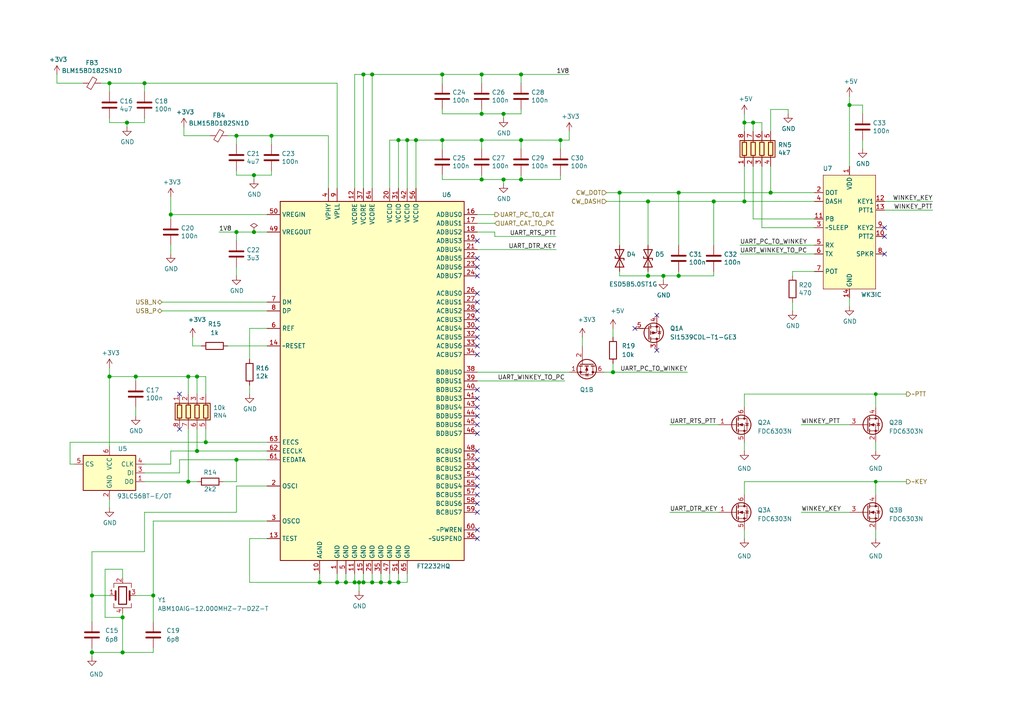
<source format=kicad_sch>
(kicad_sch (version 20210606) (generator eeschema)
  (paper "A4")
  (lib_symbols
    (symbol "Device:C" (pin_numbers hide) (pin_names (offset 0.254))
      (property "Reference" "C" (at 0.635 2.54 0))
      (property "Value" "C" (at 0.635 -2.54 0))
      (symbol "C_0_1"
        (polyline (pts (xy -2.032 -0.762) (xy 2.032 -0.762)) (stroke (width 0.508)))
        (polyline (pts (xy -2.032 0.762) (xy 2.032 0.762)) (stroke (width 0.508)))
      )
      (symbol "C_1_1"
        (pin passive line (at 0 3.81 270) (length 2.794) (name "~") (number "1"))
        (pin passive line (at 0 -3.81 90) (length 2.794) (name "~") (number "2"))
      )
    )
    (symbol "Device:Crystal_GND24" (pin_names (offset 1.016) hide)
      (property "Reference" "Y" (at 3.175 5.08 0))
      (property "Value" "Crystal_GND24" (at 3.175 3.175 0))
      (symbol "Crystal_GND24_0_1"
        (rectangle (start -1.143 2.54) (end 1.143 -2.54) (stroke (width 0.3048)))
        (polyline (pts (xy -2.54 0) (xy -2.032 0)))
        (polyline (pts (xy -2.032 -1.27) (xy -2.032 1.27)) (stroke (width 0.508)))
        (polyline (pts (xy 0 -3.81) (xy 0 -3.556)))
        (polyline (pts (xy 0 3.556) (xy 0 3.81)))
        (polyline (pts (xy 2.032 -1.27) (xy 2.032 1.27)) (stroke (width 0.508)))
        (polyline (pts (xy 2.032 0) (xy 2.54 0)))
        (polyline (pts (xy -2.54 -2.286) (xy -2.54 -3.556) (xy 2.54 -3.556) (xy 2.54 -2.286)))
        (polyline (pts (xy -2.54 2.286) (xy -2.54 3.556) (xy 2.54 3.556) (xy 2.54 2.286)))
      )
      (symbol "Crystal_GND24_1_1"
        (pin passive line (at -3.81 0 0) (length 1.27) (name "1") (number "1"))
        (pin passive line (at 0 5.08 270) (length 1.27) (name "2") (number "2"))
        (pin passive line (at 3.81 0 180) (length 1.27) (name "3") (number "3"))
        (pin passive line (at 0 -5.08 90) (length 1.27) (name "4") (number "4"))
      )
    )
    (symbol "Device:D_TVS" (pin_numbers hide) (pin_names (offset 1.016) hide)
      (property "Reference" "D" (at 0 2.54 0))
      (property "Value" "D_TVS" (at 0 -2.54 0))
      (symbol "D_TVS_0_1"
        (polyline (pts (xy 1.27 0) (xy -1.27 0)))
        (polyline (pts (xy 0.508 1.27) (xy 0 1.27) (xy 0 -1.27) (xy -0.508 -1.27)) (stroke (width 0.254)))
        (polyline (pts (xy -2.54 1.27) (xy -2.54 -1.27) (xy 2.54 1.27) (xy 2.54 -1.27) (xy -2.54 1.27)) (stroke (width 0.254)))
      )
      (symbol "D_TVS_1_1"
        (pin passive line (at -3.81 0 0) (length 2.54) (name "A1") (number "1"))
        (pin passive line (at 3.81 0 180) (length 2.54) (name "A2") (number "2"))
      )
    )
    (symbol "Device:Ferrite_Bead_Small" (pin_numbers hide) (pin_names (offset 0))
      (property "Reference" "FB" (at 1.905 1.27 0))
      (property "Value" "Ferrite_Bead_Small" (at 1.905 -1.27 0))
      (symbol "Ferrite_Bead_Small_0_1"
        (polyline (pts (xy 0 -1.27) (xy 0 -0.7874)))
        (polyline (pts (xy 0 0.889) (xy 0 1.2954)))
        (polyline (pts (xy -1.8288 0.2794) (xy -1.1176 1.4986) (xy 1.8288 -0.2032) (xy 1.1176 -1.4224) (xy -1.8288 0.2794)))
      )
      (symbol "Ferrite_Bead_Small_1_1"
        (pin passive line (at 0 2.54 270) (length 1.27) (name "~") (number "1"))
        (pin passive line (at 0 -2.54 90) (length 1.27) (name "~") (number "2"))
      )
    )
    (symbol "Device:Q_Dual_NMOS_G1S2G2D2S1D1" (pin_names (offset 0) hide)
      (property "Reference" "Q" (at 6.35 1.27 0))
      (property "Value" "Q_Dual_NMOS_G1S2G2D2S1D1" (at 19.05 -1.27 0))
      (symbol "Q_Dual_NMOS_G1S2G2D2S1D1_0_1"
        (circle (center 1.651 0) (radius 2.794) (stroke (width 0.254)))
        (circle (center 2.54 -1.778) (radius 0.254) (fill (type outline)))
        (circle (center 2.54 1.778) (radius 0.254) (fill (type outline)))
        (polyline (pts (xy 0.254 0) (xy -2.54 0)))
        (polyline (pts (xy 0.254 1.905) (xy 0.254 -1.905)) (stroke (width 0.254)))
        (polyline (pts (xy 0.762 -1.27) (xy 0.762 -2.286)) (stroke (width 0.254)))
        (polyline (pts (xy 0.762 0.508) (xy 0.762 -0.508)) (stroke (width 0.254)))
        (polyline (pts (xy 0.762 2.286) (xy 0.762 1.27)) (stroke (width 0.254)))
        (polyline (pts (xy 2.54 2.54) (xy 2.54 1.778)))
        (polyline (pts (xy 2.54 -2.54) (xy 2.54 0) (xy 0.762 0)))
        (polyline (pts (xy 0.762 -1.778) (xy 3.302 -1.778) (xy 3.302 1.778) (xy 0.762 1.778)))
        (polyline (pts (xy 2.794 0.508) (xy 2.921 0.381) (xy 3.683 0.381) (xy 3.81 0.254)))
        (polyline (pts (xy 3.302 0.381) (xy 2.921 -0.254) (xy 3.683 -0.254) (xy 3.302 0.381)))
        (polyline (pts (xy 1.016 0) (xy 2.032 0.381) (xy 2.032 -0.381) (xy 1.016 0)) (fill (type outline)))
      )
      (symbol "Q_Dual_NMOS_G1S2G2D2S1D1_1_1"
        (pin input line (at -5.08 0 0) (length 2.54) (name "G") (number "1"))
        (pin passive line (at 2.54 -5.08 90) (length 2.54) (name "S") (number "5"))
        (pin passive line (at 2.54 5.08 270) (length 2.54) (name "D") (number "6"))
      )
      (symbol "Q_Dual_NMOS_G1S2G2D2S1D1_2_1"
        (pin passive line (at 2.54 -5.08 90) (length 2.54) (name "S") (number "2"))
        (pin input line (at -5.08 0 0) (length 2.54) (name "G") (number "3"))
        (pin passive line (at 2.54 5.08 270) (length 2.54) (name "D") (number "4"))
      )
    )
    (symbol "Device:R" (pin_numbers hide) (pin_names (offset 0))
      (property "Reference" "R" (at 2.032 0 90))
      (property "Value" "R" (at 0 0 90))
      (symbol "R_0_1"
        (rectangle (start -1.016 -2.54) (end 1.016 2.54) (stroke (width 0.254)))
      )
      (symbol "R_1_1"
        (pin passive line (at 0 3.81 270) (length 1.27) (name "~") (number "1"))
        (pin passive line (at 0 -3.81 90) (length 1.27) (name "~") (number "2"))
      )
    )
    (symbol "Device:R_Pack04" (pin_names (offset 0) hide)
      (property "Reference" "RN" (at -7.62 0 90))
      (property "Value" "R_Pack04" (at 5.08 0 90))
      (symbol "R_Pack04_0_1"
        (rectangle (start -5.715 1.905) (end -4.445 -1.905) (stroke (width 0.254)))
        (rectangle (start -3.175 1.905) (end -1.905 -1.905) (stroke (width 0.254)))
        (rectangle (start -0.635 1.905) (end 0.635 -1.905) (stroke (width 0.254)))
        (rectangle (start 1.905 1.905) (end 3.175 -1.905) (stroke (width 0.254)))
        (rectangle (start -6.35 -2.413) (end 3.81 2.413) (stroke (width 0.254)) (fill (type background)))
        (polyline (pts (xy -5.08 -2.54) (xy -5.08 -1.905)))
        (polyline (pts (xy -5.08 1.905) (xy -5.08 2.54)))
        (polyline (pts (xy -2.54 -2.54) (xy -2.54 -1.905)))
        (polyline (pts (xy -2.54 1.905) (xy -2.54 2.54)))
        (polyline (pts (xy 0 -2.54) (xy 0 -1.905)))
        (polyline (pts (xy 0 1.905) (xy 0 2.54)))
        (polyline (pts (xy 2.54 -2.54) (xy 2.54 -1.905)))
        (polyline (pts (xy 2.54 1.905) (xy 2.54 2.54)))
      )
      (symbol "R_Pack04_1_1"
        (pin passive line (at -5.08 -5.08 90) (length 2.54) (name "R1.1") (number "1"))
        (pin passive line (at -2.54 -5.08 90) (length 2.54) (name "R2.1") (number "2"))
        (pin passive line (at 0 -5.08 90) (length 2.54) (name "R3.1") (number "3"))
        (pin passive line (at 2.54 -5.08 90) (length 2.54) (name "R4.1") (number "4"))
        (pin passive line (at 2.54 5.08 270) (length 2.54) (name "R4.2") (number "5"))
        (pin passive line (at 0 5.08 270) (length 2.54) (name "R3.2") (number "6"))
        (pin passive line (at -2.54 5.08 270) (length 2.54) (name "R2.2") (number "7"))
        (pin passive line (at -5.08 5.08 270) (length 2.54) (name "R1.2") (number "8"))
      )
    )
    (symbol "FET_WUT:SI1539CDL-T1-GE3" (pin_names (offset 1.016))
      (property "Reference" "Q" (at 2.54 2.54 0))
      (property "Value" "SI1539CDL-T1-GE3" (at 11.43 -2.54 0))
      (symbol "SI1539CDL-T1-GE3_1_1"
        (circle (center -0.889 0) (radius 2.8194) (stroke (width 0.254)))
        (circle (center 0 -1.778) (radius 0.2794) (fill (type outline)))
        (circle (center 0 1.778) (radius 0.2794) (fill (type outline)))
        (polyline (pts (xy -5.08 1.27) (xy -2.286 1.27)))
        (polyline (pts (xy -1.778 -2.286) (xy -1.778 -1.27)) (stroke (width 0.254)))
        (polyline (pts (xy -1.778 -1.778) (xy 0 -1.778)))
        (polyline (pts (xy -1.778 -0.508) (xy -1.778 0.508)) (stroke (width 0.254)))
        (polyline (pts (xy -1.778 0) (xy 0 0)))
        (polyline (pts (xy -1.778 1.27) (xy -1.778 2.286)) (stroke (width 0.254)))
        (polyline (pts (xy -1.778 1.778) (xy 0 1.778)))
        (polyline (pts (xy 0 -2.54) (xy 0 -1.778)))
        (polyline (pts (xy 0 1.778) (xy 0 0)))
        (polyline (pts (xy 0 1.778) (xy 0 2.54)))
        (polyline (pts (xy -2.286 -1.905) (xy -2.286 1.905) (xy -2.286 1.905)) (stroke (width 0.254)))
        (polyline (pts (xy 0 1.778) (xy 0.762 1.778) (xy 0.762 -1.778) (xy 0 -1.778)))
        (polyline (pts (xy 0.254 0.508) (xy 0.381 0.381) (xy 1.143 0.381) (xy 1.27 0.254)))
        (polyline (pts (xy 0.762 0.381) (xy 0.381 -0.254) (xy 1.143 -0.254) (xy 0.762 0.381)))
        (polyline (pts (xy -0.254 0) (xy -1.27 0.381) (xy -1.27 -0.381) (xy -0.254 0)) (fill (type outline)))
        (pin passive line (at 0 -5.08 90) (length 2.54) (name "~") (number "3"))
        (pin passive line (at 0 5.08 270) (length 2.54) (name "~") (number "4"))
        (pin input line (at -6.35 1.27 0) (length 2.54) (name "~") (number "5"))
      )
      (symbol "SI1539CDL-T1-GE3_2_1"
        (circle (center -0.889 0) (radius 2.8194) (stroke (width 0.254)))
        (circle (center 0 -1.778) (radius 0.2794) (fill (type outline)))
        (circle (center 0 1.778) (radius 0.2794) (fill (type outline)))
        (polyline (pts (xy -1.778 -1.778) (xy 0 -1.778)))
        (polyline (pts (xy -1.778 -1.27) (xy -1.778 -2.286)) (stroke (width 0.254)))
        (polyline (pts (xy -1.778 0) (xy 0 0)))
        (polyline (pts (xy -1.778 0.508) (xy -1.778 -0.508)) (stroke (width 0.254)))
        (polyline (pts (xy -1.778 1.778) (xy 0 1.778)))
        (polyline (pts (xy -1.778 2.286) (xy -1.778 1.27)) (stroke (width 0.254)))
        (polyline (pts (xy 0 -1.778) (xy 0 -2.54)))
        (polyline (pts (xy 0 -1.778) (xy 0 0)))
        (polyline (pts (xy 0 2.54) (xy 0 1.778)))
        (polyline (pts (xy -2.286 1.905) (xy -2.286 -1.905) (xy -2.286 -1.905)) (stroke (width 0.254)))
        (polyline (pts (xy 0 -1.778) (xy 0.762 -1.778) (xy 0.762 1.778) (xy 0 1.778)))
        (polyline (pts (xy 0.254 0.508) (xy 0.381 0.381) (xy 1.143 0.381) (xy 1.27 0.254)))
        (polyline (pts (xy 0.762 0.381) (xy 0.381 -0.254) (xy 1.143 -0.254) (xy 0.762 0.381)))
        (polyline (pts (xy -1.524 0) (xy -0.508 0.381) (xy -0.508 -0.381) (xy -1.524 0)) (fill (type outline)))
        (pin passive line (at 0 -5.08 90) (length 2.54) (name "~") (number "1"))
        (pin input line (at -7.62 -1.27 0) (length 5.334) (name "~") (number "2"))
        (pin passive line (at 0 5.08 270) (length 2.54) (name "~") (number "6"))
      )
    )
    (symbol "IC_WUT:WK3IC"
      (property "Reference" "U" (at 3.81 16.51 0))
      (property "Value" "WK3IC" (at 5.08 -19.05 0))
      (symbol "WK3IC_0_1"
        (rectangle (start -7.62 15.24) (end 7.62 -17.78) (fill (type background)))
      )
      (symbol "WK3IC_1_1"
        (pin power_in line (at 0 17.78 270) (length 2.54) (name "VDD") (number "1"))
        (pin output line (at 10.16 -2.54 180) (length 2.54) (name "PTT2") (number "10"))
        (pin passive line (at -10.16 2.54 0) (length 2.54) (name "PB") (number "11"))
        (pin output line (at 10.16 7.62 180) (length 2.54) (name "KEY1") (number "12"))
        (pin output line (at 10.16 5.08 180) (length 2.54) (name "PTT1") (number "13"))
        (pin input line (at 0 -20.32 90) (length 2.54) (name "GND") (number "14"))
        (pin input line (at -10.16 10.16 0) (length 2.54) (name "DOT") (number "2"))
        (pin input line (at -10.16 0 0) (length 2.54) (name "~SLEEP") (number "3"))
        (pin input line (at -10.16 7.62 0) (length 2.54) (name "DASH") (number "4"))
        (pin input line (at -10.16 -5.08 0) (length 2.54) (name "RX") (number "5"))
        (pin output line (at -10.16 -7.62 0) (length 2.54) (name "TX") (number "6"))
        (pin passive line (at -10.16 -12.7 0) (length 2.54) (name "POT") (number "7"))
        (pin output line (at 10.16 -7.62 180) (length 2.54) (name "SPKR") (number "8"))
        (pin output line (at 10.16 0 180) (length 2.54) (name "KEY2") (number "9"))
      )
    )
    (symbol "Interface_USB:FT2232HQ"
      (property "Reference" "U" (at -26.67 53.34 0))
      (property "Value" "FT2232HQ" (at 19.05 53.34 0))
      (symbol "FT2232HQ_0_1"
        (rectangle (start -26.67 -52.07) (end 26.67 52.07) (stroke (width 0.254)) (fill (type background)))
      )
      (symbol "FT2232HQ_1_1"
        (pin power_in line (at -10.16 -55.88 90) (length 3.81) (name "GND") (number "1"))
        (pin power_in line (at -15.24 -55.88 90) (length 3.81) (name "AGND") (number "10"))
        (pin power_in line (at -5.08 -55.88 90) (length 3.81) (name "GND") (number "11"))
        (pin power_in line (at -5.08 55.88 270) (length 3.81) (name "VCORE") (number "12"))
        (pin input line (at -30.48 -45.72 0) (length 3.81) (name "TEST") (number "13"))
        (pin input line (at -30.48 10.16 0) (length 3.81) (name "~RESET") (number "14"))
        (pin power_in line (at -2.54 -55.88 90) (length 3.81) (name "GND") (number "15"))
        (pin bidirectional line (at 30.48 48.26 180) (length 3.81) (name "ADBUS0") (number "16"))
        (pin bidirectional line (at 30.48 45.72 180) (length 3.81) (name "ADBUS1") (number "17"))
        (pin bidirectional line (at 30.48 43.18 180) (length 3.81) (name "ADBUS2") (number "18"))
        (pin bidirectional line (at 30.48 40.64 180) (length 3.81) (name "ADBUS3") (number "19"))
        (pin input line (at -30.48 -30.48 0) (length 3.81) (name "OSCI") (number "2"))
        (pin power_in line (at 5.08 55.88 270) (length 3.81) (name "VCCIO") (number "20"))
        (pin bidirectional line (at 30.48 38.1 180) (length 3.81) (name "ADBUS4") (number "21"))
        (pin bidirectional line (at 30.48 35.56 180) (length 3.81) (name "ADBUS5") (number "22"))
        (pin bidirectional line (at 30.48 33.02 180) (length 3.81) (name "ADBUS6") (number "23"))
        (pin bidirectional line (at 30.48 30.48 180) (length 3.81) (name "ADBUS7") (number "24"))
        (pin power_in line (at 0 -55.88 90) (length 3.81) (name "GND") (number "25"))
        (pin bidirectional line (at 30.48 25.4 180) (length 3.81) (name "ACBUS0") (number "26"))
        (pin bidirectional line (at 30.48 22.86 180) (length 3.81) (name "ACBUS1") (number "27"))
        (pin bidirectional line (at 30.48 20.32 180) (length 3.81) (name "ACBUS2") (number "28"))
        (pin bidirectional line (at 30.48 17.78 180) (length 3.81) (name "ACBUS3") (number "29"))
        (pin output line (at -30.48 -40.64 0) (length 3.81) (name "OSCO") (number "3"))
        (pin bidirectional line (at 30.48 15.24 180) (length 3.81) (name "ACBUS4") (number "30"))
        (pin power_in line (at 7.62 55.88 270) (length 3.81) (name "VCCIO") (number "31"))
        (pin bidirectional line (at 30.48 12.7 180) (length 3.81) (name "ACBUS5") (number "32"))
        (pin bidirectional line (at 30.48 10.16 180) (length 3.81) (name "ACBUS6") (number "33"))
        (pin bidirectional line (at 30.48 7.62 180) (length 3.81) (name "ACBUS7") (number "34"))
        (pin power_in line (at 2.54 -55.88 90) (length 3.81) (name "GND") (number "35"))
        (pin output line (at 30.48 -45.72 180) (length 3.81) (name "~SUSPEND") (number "36"))
        (pin power_in line (at -2.54 55.88 270) (length 3.81) (name "VCORE") (number "37"))
        (pin bidirectional line (at 30.48 2.54 180) (length 3.81) (name "BDBUS0") (number "38"))
        (pin bidirectional line (at 30.48 0 180) (length 3.81) (name "BDBUS1") (number "39"))
        (pin power_in line (at -12.7 55.88 270) (length 3.81) (name "VPHY") (number "4"))
        (pin bidirectional line (at 30.48 -2.54 180) (length 3.81) (name "BDBUS2") (number "40"))
        (pin bidirectional line (at 30.48 -5.08 180) (length 3.81) (name "BDBUS3") (number "41"))
        (pin power_in line (at 10.16 55.88 270) (length 3.81) (name "VCCIO") (number "42"))
        (pin bidirectional line (at 30.48 -7.62 180) (length 3.81) (name "BDBUS4") (number "43"))
        (pin bidirectional line (at 30.48 -10.16 180) (length 3.81) (name "BDBUS5") (number "44"))
        (pin bidirectional line (at 30.48 -12.7 180) (length 3.81) (name "BDBUS6") (number "45"))
        (pin bidirectional line (at 30.48 -15.24 180) (length 3.81) (name "BDBUS7") (number "46"))
        (pin power_in line (at 5.08 -55.88 90) (length 3.81) (name "GND") (number "47"))
        (pin bidirectional line (at 30.48 -20.32 180) (length 3.81) (name "BCBUS0") (number "48"))
        (pin power_out line (at -30.48 43.18 0) (length 3.81) (name "VREGOUT") (number "49"))
        (pin power_in line (at -7.62 -55.88 90) (length 3.81) (name "GND") (number "5"))
        (pin power_in line (at -30.48 48.26 0) (length 3.81) (name "VREGIN") (number "50"))
        (pin power_in line (at 7.62 -55.88 90) (length 3.81) (name "GND") (number "51"))
        (pin bidirectional line (at 30.48 -22.86 180) (length 3.81) (name "BCBUS1") (number "52"))
        (pin bidirectional line (at 30.48 -25.4 180) (length 3.81) (name "BCBUS2") (number "53"))
        (pin bidirectional line (at 30.48 -27.94 180) (length 3.81) (name "BCBUS3") (number "54"))
        (pin bidirectional line (at 30.48 -30.48 180) (length 3.81) (name "BCBUS4") (number "55"))
        (pin power_in line (at 12.7 55.88 270) (length 3.81) (name "VCCIO") (number "56"))
        (pin bidirectional line (at 30.48 -33.02 180) (length 3.81) (name "BCBUS5") (number "57"))
        (pin bidirectional line (at 30.48 -35.56 180) (length 3.81) (name "BCBUS6") (number "58"))
        (pin bidirectional line (at 30.48 -38.1 180) (length 3.81) (name "BCBUS7") (number "59"))
        (pin output line (at -30.48 15.24 0) (length 3.81) (name "REF") (number "6"))
        (pin output line (at 30.48 -43.18 180) (length 3.81) (name "~PWREN") (number "60"))
        (pin bidirectional line (at -30.48 -22.86 0) (length 3.81) (name "EEDATA") (number "61"))
        (pin output line (at -30.48 -20.32 0) (length 3.81) (name "EECLK") (number "62"))
        (pin output line (at -30.48 -17.78 0) (length 3.81) (name "EECS") (number "63"))
        (pin power_in line (at 0 55.88 270) (length 3.81) (name "VCORE") (number "64"))
        (pin power_in line (at 10.16 -55.88 90) (length 3.81) (name "GND") (number "65"))
        (pin bidirectional line (at -30.48 22.86 0) (length 3.81) (name "DM") (number "7"))
        (pin bidirectional line (at -30.48 20.32 0) (length 3.81) (name "DP") (number "8"))
        (pin input line (at -10.16 55.88 270) (length 3.81) (name "VPLL") (number "9"))
      )
    )
    (symbol "Memory_EEPROM:93LCxxBxxOT"
      (property "Reference" "U" (at -6.35 6.35 0))
      (property "Value" "93LCxxBxxOT" (at 7.62 -6.35 0))
      (symbol "93LCxxBxxOT_0_1"
        (rectangle (start -7.62 5.08) (end 7.62 -5.08) (stroke (width 0.254)) (fill (type background)))
      )
      (symbol "93LCxxBxxOT_1_1"
        (pin tri_state line (at 10.16 -2.54 180) (length 2.54) (name "DO") (number "1"))
        (pin power_in line (at 0 -7.62 90) (length 2.54) (name "GND") (number "2"))
        (pin input line (at 10.16 0 180) (length 2.54) (name "DI") (number "3"))
        (pin input line (at 10.16 2.54 180) (length 2.54) (name "CLK") (number "4"))
        (pin input line (at -10.16 2.54 0) (length 2.54) (name "CS") (number "5"))
        (pin power_in line (at 0 7.62 270) (length 2.54) (name "VCC") (number "6"))
      )
    )
    (symbol "power:+3.3V" (power) (pin_names (offset 0))
      (property "Value" "+3.3V" (at 0 3.556 0))
      (symbol "+3.3V_0_1"
        (polyline (pts (xy -0.762 1.27) (xy 0 2.54)))
        (polyline (pts (xy 0 0) (xy 0 2.54)))
        (polyline (pts (xy 0 2.54) (xy 0.762 1.27)))
      )
      (symbol "+3.3V_1_1"
        (pin power_in line (at 0 0 90) (length 0) hide (name "+3V3") (number "1"))
      )
    )
    (symbol "power:+5V" (power) (pin_names (offset 0))
      (property "Value" "+5V" (at 0 3.556 0))
      (symbol "+5V_0_1"
        (polyline (pts (xy -0.762 1.27) (xy 0 2.54)))
        (polyline (pts (xy 0 0) (xy 0 2.54)))
        (polyline (pts (xy 0 2.54) (xy 0.762 1.27)))
      )
      (symbol "+5V_1_1"
        (pin power_in line (at 0 0 90) (length 0) hide (name "+5V") (number "1"))
      )
    )
    (symbol "power:GND" (power) (pin_names (offset 0))
      (property "Value" "GND" (at 0 -3.81 0))
      (symbol "GND_0_1"
        (polyline (pts (xy 0 0) (xy 0 -1.27) (xy 1.27 -1.27) (xy 0 -2.54) (xy -1.27 -1.27) (xy 0 -1.27)))
      )
      (symbol "GND_1_1"
        (pin power_in line (at 0 0 270) (length 0) hide (name "GND") (number "1"))
      )
    )
    (symbol "power:PWR_FLAG" (power) (pin_numbers hide) (pin_names (offset 0) hide)
      (property "Value" "PWR_FLAG" (at 0 3.81 0))
      (symbol "PWR_FLAG_0_0"
        (pin power_out line (at 0 0 90) (length 0) (name "pwr") (number "1"))
      )
      (symbol "PWR_FLAG_0_1"
        (polyline (pts (xy 0 0) (xy 0 1.27) (xy -1.016 1.905) (xy 0 2.54) (xy 1.016 1.905) (xy 0 1.27)))
      )
    )
  )
  (junction (at 26.67 172.72) (diameter 1.016))
  (junction (at 26.67 189.23) (diameter 1.016))
  (junction (at 31.75 24.13) (diameter 1.016))
  (junction (at 31.75 109.22) (diameter 1.016))
  (junction (at 35.56 179.07) (diameter 1.016))
  (junction (at 35.56 189.23) (diameter 1.016))
  (junction (at 36.83 35.56) (diameter 1.016))
  (junction (at 39.37 109.22) (diameter 1.016))
  (junction (at 41.91 24.13) (diameter 1.016))
  (junction (at 44.45 172.72) (diameter 1.016))
  (junction (at 49.53 62.23) (diameter 1.016))
  (junction (at 54.61 109.22) (diameter 1.016))
  (junction (at 54.61 139.7) (diameter 1.016))
  (junction (at 57.15 109.22) (diameter 1.016))
  (junction (at 57.15 130.81) (diameter 1.016))
  (junction (at 59.69 128.27) (diameter 1.016))
  (junction (at 68.58 39.37) (diameter 1.016))
  (junction (at 68.58 67.31) (diameter 1.016))
  (junction (at 68.58 133.35) (diameter 1.016))
  (junction (at 73.66 50.8) (diameter 1.016))
  (junction (at 73.66 67.31) (diameter 1.016))
  (junction (at 78.74 39.37) (diameter 1.016))
  (junction (at 92.71 168.91) (diameter 1.016))
  (junction (at 97.79 168.91) (diameter 1.016))
  (junction (at 100.33 168.91) (diameter 1.016))
  (junction (at 102.87 168.91) (diameter 1.016))
  (junction (at 104.14 168.91) (diameter 1.016))
  (junction (at 105.41 21.59) (diameter 1.016))
  (junction (at 105.41 168.91) (diameter 1.016))
  (junction (at 107.95 21.59) (diameter 1.016))
  (junction (at 107.95 168.91) (diameter 1.016))
  (junction (at 110.49 168.91) (diameter 1.016))
  (junction (at 113.03 168.91) (diameter 1.016))
  (junction (at 115.57 40.64) (diameter 1.016))
  (junction (at 115.57 168.91) (diameter 1.016))
  (junction (at 118.11 40.64) (diameter 1.016))
  (junction (at 120.65 40.64) (diameter 1.016))
  (junction (at 128.27 21.59) (diameter 1.016))
  (junction (at 128.27 40.64) (diameter 1.016))
  (junction (at 139.7 21.59) (diameter 1.016))
  (junction (at 139.7 33.02) (diameter 1.016))
  (junction (at 139.7 40.64) (diameter 1.016))
  (junction (at 139.7 52.07) (diameter 1.016))
  (junction (at 146.05 33.02) (diameter 1.016))
  (junction (at 146.05 52.07) (diameter 1.016))
  (junction (at 151.13 21.59) (diameter 1.016))
  (junction (at 151.13 40.64) (diameter 1.016))
  (junction (at 151.13 52.07) (diameter 1.016))
  (junction (at 162.56 40.64) (diameter 1.016))
  (junction (at 177.8 107.95) (diameter 1.016))
  (junction (at 179.705 55.88) (diameter 1.016))
  (junction (at 187.96 58.42) (diameter 1.016))
  (junction (at 187.96 80.01) (diameter 1.016))
  (junction (at 192.405 80.01) (diameter 1.016))
  (junction (at 196.85 55.88) (diameter 1.016))
  (junction (at 196.85 80.01) (diameter 1.016))
  (junction (at 207.01 58.42) (diameter 1.016))
  (junction (at 215.9 35.56) (diameter 1.016))
  (junction (at 215.9 58.42) (diameter 1.016))
  (junction (at 218.44 35.56) (diameter 1.016))
  (junction (at 223.52 55.88) (diameter 1.016))
  (junction (at 246.38 30.48) (diameter 1.016))
  (junction (at 254 114.3) (diameter 0.9144))
  (junction (at 254 139.7) (diameter 0.9144))
  (no_connect (at 52.07 114.3))
  (no_connect (at 52.07 124.46))
  (no_connect (at 138.43 69.85))
  (no_connect (at 138.43 74.93))
  (no_connect (at 138.43 77.47))
  (no_connect (at 138.43 80.01))
  (no_connect (at 138.43 85.09))
  (no_connect (at 138.43 87.63))
  (no_connect (at 138.43 90.17))
  (no_connect (at 138.43 92.71))
  (no_connect (at 138.43 95.25))
  (no_connect (at 138.43 97.79))
  (no_connect (at 138.43 100.33))
  (no_connect (at 138.43 102.87))
  (no_connect (at 138.43 113.03))
  (no_connect (at 138.43 115.57))
  (no_connect (at 138.43 118.11))
  (no_connect (at 138.43 120.65))
  (no_connect (at 138.43 123.19))
  (no_connect (at 138.43 125.73))
  (no_connect (at 138.43 130.81))
  (no_connect (at 138.43 133.35))
  (no_connect (at 138.43 135.89))
  (no_connect (at 138.43 138.43))
  (no_connect (at 138.43 140.97))
  (no_connect (at 138.43 143.51))
  (no_connect (at 138.43 146.05))
  (no_connect (at 138.43 148.59))
  (no_connect (at 138.43 153.67))
  (no_connect (at 138.43 156.21))
  (no_connect (at 184.15 95.25))
  (no_connect (at 190.5 91.44))
  (no_connect (at 190.5 101.6))
  (no_connect (at 256.54 66.04))
  (no_connect (at 256.54 68.58))
  (no_connect (at 256.54 73.66))
  (wire (pts (xy 16.51 24.13) (xy 16.51 21.59)))
  (wire (pts (xy 20.32 128.27) (xy 20.32 134.62)))
  (wire (pts (xy 20.32 128.27) (xy 59.69 128.27)))
  (wire (pts (xy 20.32 134.62) (xy 21.59 134.62)))
  (wire (pts (xy 24.13 24.13) (xy 16.51 24.13)))
  (wire (pts (xy 26.67 160.02) (xy 26.67 172.72)))
  (wire (pts (xy 26.67 172.72) (xy 26.67 180.34)))
  (wire (pts (xy 26.67 187.96) (xy 26.67 189.23)))
  (wire (pts (xy 26.67 189.23) (xy 26.67 190.5)))
  (wire (pts (xy 26.67 189.23) (xy 35.56 189.23)))
  (wire (pts (xy 29.21 24.13) (xy 31.75 24.13)))
  (wire (pts (xy 30.48 165.1) (xy 30.48 179.07)))
  (wire (pts (xy 30.48 179.07) (xy 35.56 179.07)))
  (wire (pts (xy 31.75 24.13) (xy 31.75 26.67)))
  (wire (pts (xy 31.75 24.13) (xy 41.91 24.13)))
  (wire (pts (xy 31.75 34.29) (xy 31.75 35.56)))
  (wire (pts (xy 31.75 35.56) (xy 36.83 35.56)))
  (wire (pts (xy 31.75 106.68) (xy 31.75 109.22)))
  (wire (pts (xy 31.75 109.22) (xy 31.75 129.54)))
  (wire (pts (xy 31.75 109.22) (xy 39.37 109.22)))
  (wire (pts (xy 31.75 144.78) (xy 31.75 147.32)))
  (wire (pts (xy 31.75 172.72) (xy 26.67 172.72)))
  (wire (pts (xy 35.56 165.1) (xy 30.48 165.1)))
  (wire (pts (xy 35.56 167.64) (xy 35.56 165.1)))
  (wire (pts (xy 35.56 179.07) (xy 35.56 177.8)))
  (wire (pts (xy 35.56 179.07) (xy 35.56 189.23)))
  (wire (pts (xy 35.56 189.23) (xy 44.45 189.23)))
  (wire (pts (xy 36.83 35.56) (xy 36.83 36.83)))
  (wire (pts (xy 36.83 35.56) (xy 41.91 35.56)))
  (wire (pts (xy 39.37 109.22) (xy 39.37 110.49)))
  (wire (pts (xy 39.37 109.22) (xy 54.61 109.22)))
  (wire (pts (xy 39.37 118.11) (xy 39.37 120.65)))
  (wire (pts (xy 39.37 172.72) (xy 44.45 172.72)))
  (wire (pts (xy 41.91 24.13) (xy 41.91 26.67)))
  (wire (pts (xy 41.91 24.13) (xy 97.79 24.13)))
  (wire (pts (xy 41.91 35.56) (xy 41.91 34.29)))
  (wire (pts (xy 41.91 139.7) (xy 54.61 139.7)))
  (wire (pts (xy 41.91 148.59) (xy 41.91 160.02)))
  (wire (pts (xy 41.91 160.02) (xy 26.67 160.02)))
  (wire (pts (xy 44.45 151.13) (xy 77.47 151.13)))
  (wire (pts (xy 44.45 172.72) (xy 44.45 151.13)))
  (wire (pts (xy 44.45 172.72) (xy 44.45 180.34)))
  (wire (pts (xy 44.45 189.23) (xy 44.45 187.96)))
  (wire (pts (xy 46.99 87.63) (xy 77.47 87.63)))
  (wire (pts (xy 49.53 62.23) (xy 49.53 57.15)))
  (wire (pts (xy 49.53 62.23) (xy 49.53 63.5)))
  (wire (pts (xy 49.53 71.12) (xy 49.53 73.66)))
  (wire (pts (xy 49.53 130.81) (xy 49.53 134.62)))
  (wire (pts (xy 49.53 134.62) (xy 41.91 134.62)))
  (wire (pts (xy 52.07 133.35) (xy 52.07 137.16)))
  (wire (pts (xy 52.07 133.35) (xy 68.58 133.35)))
  (wire (pts (xy 52.07 137.16) (xy 41.91 137.16)))
  (wire (pts (xy 53.34 39.37) (xy 53.34 36.83)))
  (wire (pts (xy 54.61 109.22) (xy 54.61 114.3)))
  (wire (pts (xy 54.61 109.22) (xy 57.15 109.22)))
  (wire (pts (xy 54.61 124.46) (xy 54.61 139.7)))
  (wire (pts (xy 54.61 139.7) (xy 57.15 139.7)))
  (wire (pts (xy 55.88 100.33) (xy 55.88 97.79)))
  (wire (pts (xy 57.15 109.22) (xy 57.15 114.3)))
  (wire (pts (xy 57.15 109.22) (xy 59.69 109.22)))
  (wire (pts (xy 57.15 124.46) (xy 57.15 130.81)))
  (wire (pts (xy 57.15 130.81) (xy 49.53 130.81)))
  (wire (pts (xy 58.42 100.33) (xy 55.88 100.33)))
  (wire (pts (xy 59.69 109.22) (xy 59.69 114.3)))
  (wire (pts (xy 59.69 124.46) (xy 59.69 128.27)))
  (wire (pts (xy 59.69 128.27) (xy 77.47 128.27)))
  (wire (pts (xy 60.96 39.37) (xy 53.34 39.37)))
  (wire (pts (xy 63.5 67.31) (xy 68.58 67.31)))
  (wire (pts (xy 64.77 139.7) (xy 68.58 139.7)))
  (wire (pts (xy 66.04 39.37) (xy 68.58 39.37)))
  (wire (pts (xy 66.04 100.33) (xy 77.47 100.33)))
  (wire (pts (xy 68.58 39.37) (xy 68.58 41.91)))
  (wire (pts (xy 68.58 39.37) (xy 78.74 39.37)))
  (wire (pts (xy 68.58 49.53) (xy 68.58 50.8)))
  (wire (pts (xy 68.58 50.8) (xy 73.66 50.8)))
  (wire (pts (xy 68.58 67.31) (xy 68.58 69.85)))
  (wire (pts (xy 68.58 77.47) (xy 68.58 80.01)))
  (wire (pts (xy 68.58 139.7) (xy 68.58 133.35)))
  (wire (pts (xy 68.58 140.97) (xy 68.58 148.59)))
  (wire (pts (xy 68.58 140.97) (xy 77.47 140.97)))
  (wire (pts (xy 68.58 148.59) (xy 41.91 148.59)))
  (wire (pts (xy 72.39 95.25) (xy 72.39 104.14)))
  (wire (pts (xy 72.39 111.76) (xy 72.39 114.3)))
  (wire (pts (xy 72.39 156.21) (xy 72.39 168.91)))
  (wire (pts (xy 72.39 168.91) (xy 92.71 168.91)))
  (wire (pts (xy 73.66 50.8) (xy 73.66 52.07)))
  (wire (pts (xy 73.66 50.8) (xy 78.74 50.8)))
  (wire (pts (xy 73.66 67.31) (xy 68.58 67.31)))
  (wire (pts (xy 77.47 62.23) (xy 49.53 62.23)))
  (wire (pts (xy 77.47 67.31) (xy 73.66 67.31)))
  (wire (pts (xy 77.47 90.17) (xy 46.99 90.17)))
  (wire (pts (xy 77.47 95.25) (xy 72.39 95.25)))
  (wire (pts (xy 77.47 130.81) (xy 57.15 130.81)))
  (wire (pts (xy 77.47 133.35) (xy 68.58 133.35)))
  (wire (pts (xy 77.47 156.21) (xy 72.39 156.21)))
  (wire (pts (xy 78.74 39.37) (xy 78.74 41.91)))
  (wire (pts (xy 78.74 39.37) (xy 95.25 39.37)))
  (wire (pts (xy 78.74 50.8) (xy 78.74 49.53)))
  (wire (pts (xy 92.71 166.37) (xy 92.71 168.91)))
  (wire (pts (xy 92.71 168.91) (xy 97.79 168.91)))
  (wire (pts (xy 95.25 39.37) (xy 95.25 54.61)))
  (wire (pts (xy 97.79 24.13) (xy 97.79 54.61)))
  (wire (pts (xy 97.79 166.37) (xy 97.79 168.91)))
  (wire (pts (xy 97.79 168.91) (xy 100.33 168.91)))
  (wire (pts (xy 100.33 166.37) (xy 100.33 168.91)))
  (wire (pts (xy 100.33 168.91) (xy 102.87 168.91)))
  (wire (pts (xy 102.87 21.59) (xy 102.87 54.61)))
  (wire (pts (xy 102.87 21.59) (xy 105.41 21.59)))
  (wire (pts (xy 102.87 166.37) (xy 102.87 168.91)))
  (wire (pts (xy 102.87 168.91) (xy 104.14 168.91)))
  (wire (pts (xy 104.14 168.91) (xy 104.14 171.45)))
  (wire (pts (xy 104.14 168.91) (xy 105.41 168.91)))
  (wire (pts (xy 105.41 21.59) (xy 105.41 54.61)))
  (wire (pts (xy 105.41 21.59) (xy 107.95 21.59)))
  (wire (pts (xy 105.41 166.37) (xy 105.41 168.91)))
  (wire (pts (xy 105.41 168.91) (xy 107.95 168.91)))
  (wire (pts (xy 107.95 21.59) (xy 107.95 54.61)))
  (wire (pts (xy 107.95 21.59) (xy 128.27 21.59)))
  (wire (pts (xy 107.95 166.37) (xy 107.95 168.91)))
  (wire (pts (xy 107.95 168.91) (xy 110.49 168.91)))
  (wire (pts (xy 110.49 166.37) (xy 110.49 168.91)))
  (wire (pts (xy 110.49 168.91) (xy 113.03 168.91)))
  (wire (pts (xy 113.03 40.64) (xy 115.57 40.64)))
  (wire (pts (xy 113.03 54.61) (xy 113.03 40.64)))
  (wire (pts (xy 113.03 166.37) (xy 113.03 168.91)))
  (wire (pts (xy 113.03 168.91) (xy 115.57 168.91)))
  (wire (pts (xy 115.57 40.64) (xy 118.11 40.64)))
  (wire (pts (xy 115.57 54.61) (xy 115.57 40.64)))
  (wire (pts (xy 115.57 166.37) (xy 115.57 168.91)))
  (wire (pts (xy 115.57 168.91) (xy 118.11 168.91)))
  (wire (pts (xy 118.11 40.64) (xy 118.11 54.61)))
  (wire (pts (xy 118.11 40.64) (xy 120.65 40.64)))
  (wire (pts (xy 118.11 168.91) (xy 118.11 166.37)))
  (wire (pts (xy 120.65 40.64) (xy 120.65 54.61)))
  (wire (pts (xy 120.65 40.64) (xy 128.27 40.64)))
  (wire (pts (xy 128.27 21.59) (xy 128.27 24.13)))
  (wire (pts (xy 128.27 31.75) (xy 128.27 33.02)))
  (wire (pts (xy 128.27 33.02) (xy 139.7 33.02)))
  (wire (pts (xy 128.27 40.64) (xy 128.27 43.18)))
  (wire (pts (xy 128.27 40.64) (xy 139.7 40.64)))
  (wire (pts (xy 128.27 50.8) (xy 128.27 52.07)))
  (wire (pts (xy 128.27 52.07) (xy 139.7 52.07)))
  (wire (pts (xy 138.43 62.23) (xy 143.51 62.23)))
  (wire (pts (xy 138.43 64.77) (xy 143.51 64.77)))
  (wire (pts (xy 138.43 72.39) (xy 161.29 72.39)))
  (wire (pts (xy 138.43 107.95) (xy 165.1 107.95)))
  (wire (pts (xy 138.43 110.49) (xy 163.83 110.49)))
  (wire (pts (xy 139.7 21.59) (xy 128.27 21.59)))
  (wire (pts (xy 139.7 21.59) (xy 151.13 21.59)))
  (wire (pts (xy 139.7 24.13) (xy 139.7 21.59)))
  (wire (pts (xy 139.7 31.75) (xy 139.7 33.02)))
  (wire (pts (xy 139.7 33.02) (xy 146.05 33.02)))
  (wire (pts (xy 139.7 40.64) (xy 139.7 43.18)))
  (wire (pts (xy 139.7 40.64) (xy 151.13 40.64)))
  (wire (pts (xy 139.7 50.8) (xy 139.7 52.07)))
  (wire (pts (xy 139.7 52.07) (xy 146.05 52.07)))
  (wire (pts (xy 143.51 67.31) (xy 138.43 67.31)))
  (wire (pts (xy 143.51 68.58) (xy 143.51 67.31)))
  (wire (pts (xy 146.05 33.02) (xy 146.05 34.29)))
  (wire (pts (xy 146.05 33.02) (xy 151.13 33.02)))
  (wire (pts (xy 146.05 52.07) (xy 146.05 53.34)))
  (wire (pts (xy 146.05 52.07) (xy 151.13 52.07)))
  (wire (pts (xy 151.13 21.59) (xy 151.13 24.13)))
  (wire (pts (xy 151.13 21.59) (xy 165.1 21.59)))
  (wire (pts (xy 151.13 31.75) (xy 151.13 33.02)))
  (wire (pts (xy 151.13 40.64) (xy 151.13 43.18)))
  (wire (pts (xy 151.13 40.64) (xy 162.56 40.64)))
  (wire (pts (xy 151.13 50.8) (xy 151.13 52.07)))
  (wire (pts (xy 151.13 52.07) (xy 162.56 52.07)))
  (wire (pts (xy 161.29 68.58) (xy 143.51 68.58)))
  (wire (pts (xy 162.56 40.64) (xy 162.56 43.18)))
  (wire (pts (xy 162.56 40.64) (xy 165.1 40.64)))
  (wire (pts (xy 162.56 52.07) (xy 162.56 50.8)))
  (wire (pts (xy 165.1 40.64) (xy 165.1 38.1)))
  (wire (pts (xy 168.91 97.79) (xy 168.91 100.33)))
  (wire (pts (xy 175.26 107.95) (xy 177.8 107.95)))
  (wire (pts (xy 175.895 55.88) (xy 179.705 55.88)))
  (wire (pts (xy 175.895 58.42) (xy 187.96 58.42)))
  (wire (pts (xy 177.8 95.25) (xy 177.8 97.79)))
  (wire (pts (xy 177.8 107.95) (xy 177.8 105.41)))
  (wire (pts (xy 177.8 107.95) (xy 199.39 107.95)))
  (wire (pts (xy 179.705 55.88) (xy 179.705 71.12)))
  (wire (pts (xy 179.705 55.88) (xy 196.85 55.88)))
  (wire (pts (xy 179.705 80.01) (xy 179.705 78.74)))
  (wire (pts (xy 187.96 58.42) (xy 187.96 71.12)))
  (wire (pts (xy 187.96 58.42) (xy 207.01 58.42)))
  (wire (pts (xy 187.96 78.74) (xy 187.96 80.01)))
  (wire (pts (xy 187.96 80.01) (xy 179.705 80.01)))
  (wire (pts (xy 192.405 80.01) (xy 187.96 80.01)))
  (wire (pts (xy 192.405 80.01) (xy 192.405 81.28)))
  (wire (pts (xy 194.31 123.19) (xy 208.28 123.19)))
  (wire (pts (xy 194.31 148.59) (xy 208.28 148.59)))
  (wire (pts (xy 196.85 55.88) (xy 196.85 71.12)))
  (wire (pts (xy 196.85 55.88) (xy 223.52 55.88)))
  (wire (pts (xy 196.85 78.74) (xy 196.85 80.01)))
  (wire (pts (xy 196.85 80.01) (xy 192.405 80.01)))
  (wire (pts (xy 196.85 80.01) (xy 207.01 80.01)))
  (wire (pts (xy 207.01 58.42) (xy 207.01 71.12)))
  (wire (pts (xy 207.01 58.42) (xy 215.9 58.42)))
  (wire (pts (xy 207.01 80.01) (xy 207.01 78.74)))
  (wire (pts (xy 214.63 71.12) (xy 236.22 71.12)))
  (wire (pts (xy 214.63 73.66) (xy 236.22 73.66)))
  (wire (pts (xy 215.9 33.02) (xy 215.9 35.56)))
  (wire (pts (xy 215.9 35.56) (xy 218.44 35.56)))
  (wire (pts (xy 215.9 38.1) (xy 215.9 35.56)))
  (wire (pts (xy 215.9 48.26) (xy 215.9 58.42)))
  (wire (pts (xy 215.9 58.42) (xy 236.22 58.42)))
  (wire (pts (xy 215.9 114.3) (xy 254 114.3)))
  (wire (pts (xy 215.9 118.11) (xy 215.9 114.3)))
  (wire (pts (xy 215.9 128.27) (xy 215.9 130.81)))
  (wire (pts (xy 215.9 139.7) (xy 254 139.7)))
  (wire (pts (xy 215.9 143.51) (xy 215.9 139.7)))
  (wire (pts (xy 215.9 153.67) (xy 215.9 156.21)))
  (wire (pts (xy 218.44 35.56) (xy 218.44 38.1)))
  (wire (pts (xy 218.44 35.56) (xy 220.98 35.56)))
  (wire (pts (xy 218.44 48.26) (xy 218.44 63.5)))
  (wire (pts (xy 218.44 63.5) (xy 236.22 63.5)))
  (wire (pts (xy 220.98 35.56) (xy 220.98 38.1)))
  (wire (pts (xy 220.98 48.26) (xy 220.98 66.04)))
  (wire (pts (xy 220.98 66.04) (xy 236.22 66.04)))
  (wire (pts (xy 223.52 31.75) (xy 223.52 38.1)))
  (wire (pts (xy 223.52 48.26) (xy 223.52 55.88)))
  (wire (pts (xy 223.52 55.88) (xy 236.22 55.88)))
  (wire (pts (xy 228.6 31.75) (xy 223.52 31.75)))
  (wire (pts (xy 228.6 33.02) (xy 228.6 31.75)))
  (wire (pts (xy 229.87 78.74) (xy 229.87 80.01)))
  (wire (pts (xy 229.87 87.63) (xy 229.87 90.17)))
  (wire (pts (xy 232.41 123.19) (xy 246.38 123.19)))
  (wire (pts (xy 232.41 148.59) (xy 246.38 148.59)))
  (wire (pts (xy 236.22 78.74) (xy 229.87 78.74)))
  (wire (pts (xy 246.38 27.94) (xy 246.38 30.48)))
  (wire (pts (xy 246.38 30.48) (xy 246.38 48.26)))
  (wire (pts (xy 246.38 30.48) (xy 250.19 30.48)))
  (wire (pts (xy 246.38 86.36) (xy 246.38 88.9)))
  (wire (pts (xy 250.19 30.48) (xy 250.19 33.02)))
  (wire (pts (xy 250.19 40.64) (xy 250.19 43.18)))
  (wire (pts (xy 254 114.3) (xy 254 118.11)))
  (wire (pts (xy 254 114.3) (xy 262.89 114.3)))
  (wire (pts (xy 254 128.27) (xy 254 130.81)))
  (wire (pts (xy 254 139.7) (xy 254 143.51)))
  (wire (pts (xy 254 139.7) (xy 262.89 139.7)))
  (wire (pts (xy 254 153.67) (xy 254 156.21)))
  (wire (pts (xy 256.54 58.42) (xy 270.51 58.42)))
  (wire (pts (xy 256.54 60.96) (xy 270.51 60.96)))
  (label "1V8" (at 63.5 67.31 0))
  (label "UART_RTS_PTT" (at 161.29 68.58 180))
  (label "UART_DTR_KEY" (at 161.29 72.39 180))
  (label "UART_WINKEY_TO_PC" (at 163.83 110.49 180))
  (label "1V8" (at 165.1 21.59 180))
  (label "UART_RTS_PTT" (at 194.31 123.19 0))
  (label "UART_DTR_KEY" (at 194.31 148.59 0))
  (label "UART_PC_TO_WINKEY" (at 199.39 107.95 180))
  (label "UART_PC_TO_WINKEY" (at 214.63 71.12 0))
  (label "UART_WINKEY_TO_PC" (at 214.63 73.66 0))
  (label "WINKEY_PTT" (at 232.41 123.19 0))
  (label "WINKEY_KEY" (at 232.41 148.59 0))
  (label "WINKEY_KEY" (at 270.51 58.42 180))
  (label "WINKEY_PTT" (at 270.51 60.96 180))
  (hierarchical_label "USB_N" (shape bidirectional) (at 46.99 87.63 180))
  (hierarchical_label "USB_P" (shape bidirectional) (at 46.99 90.17 180))
  (hierarchical_label "UART_PC_TO_CAT" (shape output) (at 143.51 62.23 0))
  (hierarchical_label "UART_CAT_TO_PC" (shape input) (at 143.51 64.77 0))
  (hierarchical_label "CW_DOT" (shape input) (at 175.895 55.88 180))
  (hierarchical_label "CW_DASH" (shape input) (at 175.895 58.42 180))
  (hierarchical_label "~PTT" (shape output) (at 262.89 114.3 0))
  (hierarchical_label "~KEY" (shape output) (at 262.89 139.7 0))
  (symbol (lib_id "power:+3.3V") (at 16.51 21.59 0) (unit 1)
    (property "Reference" "#PWR027" (effects hide))
    (property "Value" "+3.3V" (at 16.8783 17.2656 0))
  )
  (symbol (lib_id "power:+3.3V") (at 31.75 106.68 0) (unit 1)
    (property "Reference" "#PWR029" (effects hide))
    (property "Value" "+3.3V" (at 32.1183 102.3556 0))
  )
  (symbol (lib_id "power:+3.3V") (at 49.53 57.15 0) (unit 1)
    (property "Reference" "#PWR033" (effects hide))
    (property "Value" "+3.3V" (at 49.8983 52.8256 0))
  )
  (symbol (lib_id "power:+3.3V") (at 53.34 36.83 0) (unit 1)
    (property "Reference" "#PWR035" (effects hide))
    (property "Value" "+3.3V" (at 53.7083 32.5056 0))
  )
  (symbol (lib_id "power:+3.3V") (at 55.88 97.79 0) (unit 1)
    (property "Reference" "#PWR036" (effects hide))
    (property "Value" "+3.3V" (at 57.15 92.71 0))
  )
  (symbol (lib_id "power:+3.3V") (at 165.1 38.1 0) (unit 1)
    (property "Reference" "#PWR045" (effects hide))
    (property "Value" "+3.3V" (at 165.4683 33.7756 0))
  )
  (symbol (lib_id "power:+3.3V") (at 168.91 97.79 0) (unit 1)
    (property "Reference" "#PWR046" (effects hide))
    (property "Value" "+3.3V" (at 170.18 92.71 0))
  )
  (symbol (lib_id "power:+5V") (at 177.8 95.25 0) (unit 1)
    (property "Reference" "#PWR047" (effects hide))
    (property "Value" "+5V" (at 179.07 90.17 0))
  )
  (symbol (lib_id "power:+5V") (at 215.9 33.02 0) (unit 1)
    (property "Reference" "#PWR049" (effects hide))
    (property "Value" "+5V" (at 216.2683 28.6956 0))
  )
  (symbol (lib_id "power:+5V") (at 246.38 27.94 0) (unit 1)
    (property "Reference" "#PWR054" (effects hide))
    (property "Value" "+5V" (at 246.7483 23.6156 0))
  )
  (symbol (lib_id "power:PWR_FLAG") (at 73.66 67.31 0) (unit 1)
    (property "Reference" "#FLG01" (effects hide))
    (property "Value" "PWR_FLAG" (effects hide))
  )
  (symbol (lib_id "power:GND") (at 26.67 190.5 0) (unit 1)
    (property "Reference" "#PWR028" (effects hide))
    (property "Value" "GND" (at 27.94 195.58 0))
  )
  (symbol (lib_id "power:GND") (at 31.75 147.32 0) (unit 1)
    (property "Reference" "#PWR030" (effects hide))
    (property "Value" "GND" (at 31.8643 151.6444 0))
  )
  (symbol (lib_id "power:GND") (at 36.83 36.83 0) (unit 1)
    (property "Reference" "#PWR031" (effects hide))
    (property "Value" "GND" (at 36.9443 41.1544 0))
  )
  (symbol (lib_id "power:GND") (at 39.37 120.65 0) (unit 1)
    (property "Reference" "#PWR032" (effects hide))
    (property "Value" "GND" (at 39.4843 124.9744 0))
  )
  (symbol (lib_id "power:GND") (at 49.53 73.66 0) (unit 1)
    (property "Reference" "#PWR034" (effects hide))
    (property "Value" "GND" (at 49.6443 77.9844 0))
  )
  (symbol (lib_id "power:GND") (at 68.58 80.01 0) (unit 1)
    (property "Reference" "#PWR037" (effects hide))
    (property "Value" "GND" (at 68.6943 84.3344 0))
  )
  (symbol (lib_id "power:GND") (at 72.39 114.3 0) (unit 1)
    (property "Reference" "#PWR038" (effects hide))
    (property "Value" "GND" (at 72.5043 118.6244 0))
  )
  (symbol (lib_id "power:GND") (at 73.66 52.07 0) (unit 1)
    (property "Reference" "#PWR039" (effects hide))
    (property "Value" "GND" (at 73.7743 56.3944 0))
  )
  (symbol (lib_id "power:GND") (at 104.14 171.45 0) (unit 1)
    (property "Reference" "#PWR040" (effects hide))
    (property "Value" "GND" (at 104.2543 175.7744 0))
  )
  (symbol (lib_id "power:GND") (at 146.05 34.29 0) (unit 1)
    (property "Reference" "#PWR041" (effects hide))
    (property "Value" "GND" (at 146.1643 38.6144 0))
  )
  (symbol (lib_id "power:GND") (at 146.05 53.34 0) (unit 1)
    (property "Reference" "#PWR042" (effects hide))
    (property "Value" "GND" (at 146.1643 57.6644 0))
  )
  (symbol (lib_id "power:GND") (at 192.405 81.28 0) (unit 1)
    (property "Reference" "#PWR048" (effects hide))
    (property "Value" "GND" (at 192.5193 85.6044 0))
  )
  (symbol (lib_id "power:GND") (at 215.9 130.81 0) (unit 1)
    (property "Reference" "#PWR050" (effects hide))
    (property "Value" "GND" (at 215.9 135.89 0))
  )
  (symbol (lib_id "power:GND") (at 215.9 156.21 0) (unit 1)
    (property "Reference" "#PWR051" (effects hide))
    (property "Value" "GND" (at 215.9 161.29 0))
  )
  (symbol (lib_id "power:GND") (at 228.6 33.02 0) (unit 1)
    (property "Reference" "#PWR052" (effects hide))
    (property "Value" "GND" (at 228.7143 37.3444 0))
  )
  (symbol (lib_id "power:GND") (at 229.87 90.17 0) (unit 1)
    (property "Reference" "#PWR053" (effects hide))
    (property "Value" "GND" (at 229.9843 94.4944 0))
  )
  (symbol (lib_id "power:GND") (at 246.38 88.9 0) (unit 1)
    (property "Reference" "#PWR055" (effects hide))
    (property "Value" "GND" (at 246.4943 93.2244 0))
  )
  (symbol (lib_id "power:GND") (at 250.19 43.18 0) (unit 1)
    (property "Reference" "#PWR056" (effects hide))
    (property "Value" "GND" (at 250.3043 47.5044 0))
  )
  (symbol (lib_id "power:GND") (at 254 130.81 0) (unit 1)
    (property "Reference" "#PWR057" (effects hide))
    (property "Value" "GND" (at 254 135.89 0))
  )
  (symbol (lib_id "power:GND") (at 254 156.21 0) (unit 1)
    (property "Reference" "#PWR058" (effects hide))
    (property "Value" "GND" (at 254 161.29 0))
  )
  (symbol (lib_id "Device:R") (at 60.96 139.7 90) (unit 1)
    (property "Reference" "R14" (at 60.96 137.0138 90))
    (property "Value" "2k2" (at 60.96 141.852 90))
    (property "Footprint" "Resistor_SMD:R_0402_1005Metric" (effects hide))
  )
  (symbol (lib_id "Device:R") (at 62.23 100.33 90) (unit 1)
    (property "Reference" "R15" (at 62.23 93.98 90))
    (property "Value" "1k" (at 62.23 96.52 90))
    (property "Footprint" "Resistor_SMD:R_0402_1005Metric" (effects hide))
  )
  (symbol (lib_id "Device:R") (at 72.39 107.95 180) (unit 1)
    (property "Reference" "R16" (at 74.1681 106.8006 0) (effects (justify right)))
    (property "Value" "12k" (at 74.168 109.099 0) (effects (justify right)))
    (property "Footprint" "Resistor_SMD:R_0402_1005Metric" (effects hide))
  )
  (symbol (lib_id "Device:R") (at 177.8 101.6 0) (unit 1)
    (property "Reference" "R19" (at 180.34 100.33 0) (effects (justify left)))
    (property "Value" "10k" (at 180.34 102.87 0) (effects (justify left)))
    (property "Footprint" "Resistor_SMD:R_0402_1005Metric" (effects hide))
  )
  (symbol (lib_id "Device:R") (at 229.87 83.82 0) (unit 1)
    (property "Reference" "R20" (at 231.6481 82.6706 0) (effects (justify left)))
    (property "Value" "470" (at 231.648 84.969 0) (effects (justify left)))
    (property "Footprint" "Resistor_SMD:R_0402_1005Metric" (effects hide))
  )
  (symbol (lib_id "Device:Ferrite_Bead_Small") (at 26.67 24.13 90) (unit 1)
    (property "Reference" "FB3" (at 26.67 18.218 90))
    (property "Value" "BLM15BD182SN1D" (at 26.67 20.517 90))
    (property "Footprint" "Inductor_SMD:L_0402_1005Metric" (effects hide))
  )
  (symbol (lib_id "Device:Ferrite_Bead_Small") (at 63.5 39.37 90) (unit 1)
    (property "Reference" "FB4" (at 63.5 33.458 90))
    (property "Value" "BLM15BD182SN1D" (at 63.5 35.757 90))
    (property "Footprint" "Inductor_SMD:L_0402_1005Metric" (effects hide))
  )
  (symbol (lib_id "Device:D_TVS") (at 179.705 74.93 90) (unit 1)
    (property "Reference" "D4" (at 181.7371 73.7806 90) (effects (justify right)))
    (property "Value" "ESD5B5.0ST1G" (at 176.657 82.429 90) (effects (justify right)))
    (property "Footprint" "Diode_SMD:D_SOD-523" (effects hide))
  )
  (symbol (lib_id "Device:D_TVS") (at 187.96 74.93 90) (unit 1)
    (property "Reference" "D5" (at 189.9921 73.7806 90) (effects (justify right)))
    (property "Value" "ESD5B5.0ST1G" (effects hide))
    (property "Footprint" "Diode_SMD:D_SOD-523" (effects hide))
  )
  (symbol (lib_id "Device:C") (at 26.67 184.15 0) (unit 1)
    (property "Reference" "C15" (at 30.48 182.88 0) (effects (justify left)))
    (property "Value" "6p8" (at 30.48 185.42 0) (effects (justify left)))
    (property "Footprint" "Capacitor_SMD:C_0402_1005Metric" (effects hide))
  )
  (symbol (lib_id "Device:C") (at 31.75 30.48 0) (unit 1)
    (property "Reference" "C16" (at 34.6711 29.3306 0) (effects (justify left)))
    (property "Value" "4u7" (at 34.671 31.629 0) (effects (justify left)))
    (property "Footprint" "Capacitor_SMD:C_0402_1005Metric" (effects hide))
  )
  (symbol (lib_id "Device:C") (at 39.37 114.3 0) (unit 1)
    (property "Reference" "C17" (at 42.2911 113.1506 0) (effects (justify left)))
    (property "Value" "100n" (at 42.291 115.449 0) (effects (justify left)))
    (property "Footprint" "Capacitor_SMD:C_0402_1005Metric" (effects hide))
  )
  (symbol (lib_id "Device:C") (at 41.91 30.48 0) (unit 1)
    (property "Reference" "C18" (at 44.8311 29.3306 0) (effects (justify left)))
    (property "Value" "100n" (at 44.831 31.629 0) (effects (justify left)))
    (property "Footprint" "Capacitor_SMD:C_0402_1005Metric" (effects hide))
  )
  (symbol (lib_id "Device:C") (at 44.45 184.15 0) (unit 1)
    (property "Reference" "C19" (at 48.26 182.88 0) (effects (justify left)))
    (property "Value" "6p8" (at 48.26 185.42 0) (effects (justify left)))
    (property "Footprint" "Capacitor_SMD:C_0402_1005Metric" (effects hide))
  )
  (symbol (lib_id "Device:C") (at 49.53 67.31 0) (unit 1)
    (property "Reference" "C20" (at 52.4511 66.1606 0) (effects (justify left)))
    (property "Value" "100n" (at 52.451 68.459 0) (effects (justify left)))
    (property "Footprint" "Capacitor_SMD:C_0402_1005Metric" (effects hide))
  )
  (symbol (lib_id "Device:C") (at 68.58 45.72 0) (unit 1)
    (property "Reference" "C21" (at 71.5011 44.5706 0) (effects (justify left)))
    (property "Value" "4u7" (at 71.501 46.869 0) (effects (justify left)))
    (property "Footprint" "Capacitor_SMD:C_0402_1005Metric" (effects hide))
  )
  (symbol (lib_id "Device:C") (at 68.58 73.66 0) (unit 1)
    (property "Reference" "C22" (at 71.5011 72.5106 0) (effects (justify left)))
    (property "Value" "3u3" (at 71.501 74.809 0) (effects (justify left)))
    (property "Footprint" "Capacitor_SMD:C_0402_1005Metric" (effects hide))
  )
  (symbol (lib_id "Device:C") (at 78.74 45.72 0) (unit 1)
    (property "Reference" "C23" (at 81.6611 44.5706 0) (effects (justify left)))
    (property "Value" "100n" (at 81.661 46.869 0) (effects (justify left)))
    (property "Footprint" "Capacitor_SMD:C_0402_1005Metric" (effects hide))
  )
  (symbol (lib_id "Device:C") (at 128.27 27.94 0) (unit 1)
    (property "Reference" "C24" (at 131.1911 26.7906 0) (effects (justify left)))
    (property "Value" "100n" (at 131.191 29.089 0) (effects (justify left)))
    (property "Footprint" "Capacitor_SMD:C_0402_1005Metric" (effects hide))
  )
  (symbol (lib_id "Device:C") (at 128.27 46.99 0) (unit 1)
    (property "Reference" "C25" (at 131.1911 45.8406 0) (effects (justify left)))
    (property "Value" "100n" (at 131.191 48.139 0) (effects (justify left)))
    (property "Footprint" "Capacitor_SMD:C_0402_1005Metric" (effects hide))
  )
  (symbol (lib_id "Device:C") (at 139.7 27.94 0) (unit 1)
    (property "Reference" "C26" (at 142.6211 26.7906 0) (effects (justify left)))
    (property "Value" "100n" (at 142.621 29.089 0) (effects (justify left)))
    (property "Footprint" "Capacitor_SMD:C_0402_1005Metric" (effects hide))
  )
  (symbol (lib_id "Device:C") (at 139.7 46.99 0) (unit 1)
    (property "Reference" "C27" (at 142.6211 45.8406 0) (effects (justify left)))
    (property "Value" "100n" (at 142.621 48.139 0) (effects (justify left)))
    (property "Footprint" "Capacitor_SMD:C_0402_1005Metric" (effects hide))
  )
  (symbol (lib_id "Device:C") (at 151.13 27.94 0) (unit 1)
    (property "Reference" "C28" (at 154.0511 26.7906 0) (effects (justify left)))
    (property "Value" "100n" (at 154.051 29.089 0) (effects (justify left)))
    (property "Footprint" "Capacitor_SMD:C_0402_1005Metric" (effects hide))
  )
  (symbol (lib_id "Device:C") (at 151.13 46.99 0) (unit 1)
    (property "Reference" "C29" (at 154.0511 45.8406 0) (effects (justify left)))
    (property "Value" "100n" (at 154.051 48.139 0) (effects (justify left)))
    (property "Footprint" "Capacitor_SMD:C_0402_1005Metric" (effects hide))
  )
  (symbol (lib_id "Device:C") (at 162.56 46.99 0) (unit 1)
    (property "Reference" "C30" (at 165.4811 45.8406 0) (effects (justify left)))
    (property "Value" "100n" (at 165.481 48.139 0) (effects (justify left)))
    (property "Footprint" "Capacitor_SMD:C_0402_1005Metric" (effects hide))
  )
  (symbol (lib_id "Device:C") (at 196.85 74.93 0) (unit 1)
    (property "Reference" "C31" (at 199.7711 73.7806 0) (effects (justify left)))
    (property "Value" "100n" (at 199.771 76.079 0) (effects (justify left)))
    (property "Footprint" "Capacitor_SMD:C_0402_1005Metric" (effects hide))
  )
  (symbol (lib_id "Device:C") (at 207.01 74.93 0) (unit 1)
    (property "Reference" "C32" (at 209.9311 73.7806 0) (effects (justify left)))
    (property "Value" "100n" (at 209.931 76.079 0) (effects (justify left)))
    (property "Footprint" "Capacitor_SMD:C_0402_1005Metric" (effects hide))
  )
  (symbol (lib_id "Device:C") (at 250.19 36.83 0) (unit 1)
    (property "Reference" "C33" (at 253.1111 35.6806 0) (effects (justify left)))
    (property "Value" "100n" (at 253.111 37.979 0) (effects (justify left)))
    (property "Footprint" "Capacitor_SMD:C_0402_1005Metric" (effects hide))
  )
  (symbol (lib_id "Device:Crystal_GND24") (at 35.56 172.72 0) (unit 1)
    (property "Reference" "Y1" (at 45.72 173.99 0) (effects (justify left)))
    (property "Value" "ABM10AIG-12.000MHZ-7-D2Z-T " (at 45.72 176.53 0) (effects (justify left)))
    (property "Footprint" "Crystal:Crystal_SMD_2520-4Pin_2.5x2.0mm" (effects hide))
  )
  (symbol (lib_id "FET_WUT:SI1539CDL-T1-GE3") (at 190.5 96.52 0) (unit 1)
    (property "Reference" "Q1" (at 194.31 95.25 0) (effects (justify left)))
    (property "Value" "SI1539CDL-T1-GE3" (at 194.31 97.79 0) (effects (justify left)))
    (property "Footprint" "Package_TO_SOT_SMD:SOT-363_SC-70-6" (effects hide))
    (property "Datasheet" "http://www.farnell.com/datasheets/2046888.pdf?_ga=2.10385267.757253015.1566033402-1939168838.1503764787&_gac=1.194507103.1566045244.Cj0KCQjwy97qBRDoARIsAITONTJuV5xFoCHf_GI1a48CAr1bhcTG8MWnV8MNsj2BZU5FrIPf5CF8XT8aAi5HEALw_wcB" (effects hide))
  )
  (symbol (lib_id "Device:Q_Dual_NMOS_G1S2G2D2S1D1") (at 213.36 123.19 0) (unit 1)
    (property "Reference" "Q2" (at 219.71 122.5549 0) (effects (justify left)))
    (property "Value" "FDC6303N" (at 219.71 125.0949 0) (effects (justify left)))
    (property "Footprint" "Package_TO_SOT_SMD:SOT-23-6" (effects hide))
  )
  (symbol (lib_id "Device:Q_Dual_NMOS_G1S2G2D2S1D1") (at 213.36 148.59 0) (unit 1)
    (property "Reference" "Q3" (at 219.71 147.9549 0) (effects (justify left)))
    (property "Value" "FDC6303N" (at 219.71 150.4949 0) (effects (justify left)))
    (property "Footprint" "Package_TO_SOT_SMD:SOT-23-6" (effects hide))
  )
  (symbol (lib_id "Device:Q_Dual_NMOS_G1S2G2D2S1D1") (at 251.46 123.19 0) (unit 2)
    (property "Reference" "Q2" (at 257.81 122.5549 0) (effects (justify left)))
    (property "Value" "FDC6303N" (at 257.81 125.0949 0) (effects (justify left)))
    (property "Footprint" "Package_TO_SOT_SMD:SOT-23-6" (effects hide))
  )
  (symbol (lib_id "Device:Q_Dual_NMOS_G1S2G2D2S1D1") (at 251.46 148.59 0) (unit 2)
    (property "Reference" "Q3" (at 257.81 147.9549 0) (effects (justify left)))
    (property "Value" "FDC6303N" (at 257.81 150.4949 0) (effects (justify left)))
    (property "Footprint" "Package_TO_SOT_SMD:SOT-23-6" (effects hide))
  )
  (symbol (lib_id "FET_WUT:SI1539CDL-T1-GE3") (at 170.18 107.95 270) (unit 2)
    (property "Reference" "Q1" (at 170.18 113.03 90))
    (property "Value" "SI1539CDL-T1-GE3" (effects hide))
    (property "Footprint" "Package_TO_SOT_SMD:SOT-363_SC-70-6" (effects hide))
    (property "Datasheet" "http://www.farnell.com/datasheets/2046888.pdf?_ga=2.10385267.757253015.1566033402-1939168838.1503764787&_gac=1.194507103.1566045244.Cj0KCQjwy97qBRDoARIsAITONTJuV5xFoCHf_GI1a48CAr1bhcTG8MWnV8MNsj2BZU5FrIPf5CF8XT8aAi5HEALw_wcB" (effects hide))
  )
  (symbol (lib_id "Device:R_Pack04") (at 57.15 119.38 0) (mirror x) (unit 1)
    (property "Reference" "RN4" (at 61.8237 120.5294 0) (effects (justify left)))
    (property "Value" "10k" (at 61.824 118.231 0) (effects (justify left)))
    (property "Footprint" "Resistor_SMD:R_Cat16-4" (effects hide))
  )
  (symbol (lib_id "Device:R_Pack04") (at 220.98 43.18 0) (unit 1)
    (property "Reference" "RN5" (at 225.6537 42.0306 0) (effects (justify left)))
    (property "Value" "4k7" (at 225.654 44.329 0) (effects (justify left)))
    (property "Footprint" "Resistor_SMD:R_Cat16-4" (effects hide))
  )
  (symbol (lib_id "Memory_EEPROM:93LCxxBxxOT") (at 31.75 137.16 0) (unit 1)
    (property "Reference" "U5" (at 35.56 130.1558 0))
    (property "Value" "93LC56BT-E/OT" (at 41.91 143.885 0))
    (property "Footprint" "Package_TO_SOT_SMD:SOT-23-6" (effects hide))
    (property "Datasheet" "http://ww1.microchip.com/downloads/en/DeviceDoc/20001749K.pdf" (effects hide))
  )
  (symbol (lib_id "IC_WUT:WK3IC") (at 246.38 66.04 0) (unit 1)
    (property "Reference" "U7" (at 240.03 48.8758 0))
    (property "Value" "WK3IC" (at 252.73 85.4645 0))
    (property "Footprint" "Package_SO:SOIC-14_3.9x8.7mm_P1.27mm" (effects hide))
  )
  (symbol (lib_id "Interface_USB:FT2232HQ") (at 107.95 110.49 0) (unit 1)
    (property "Reference" "U6" (at 129.54 56.4958 0))
    (property "Value" "FT2232HQ" (at 125.73 164.2045 0))
    (property "Footprint" "Package_DFN_QFN:QFN-64-1EP_9x9mm_P0.5mm_EP4.35x4.35mm" (effects hide))
    (property "Datasheet" "https://www.ftdichip.com/Support/Documents/DataSheets/ICs/DS_FT2232H.pdf" (effects hide))
  )
)
</source>
